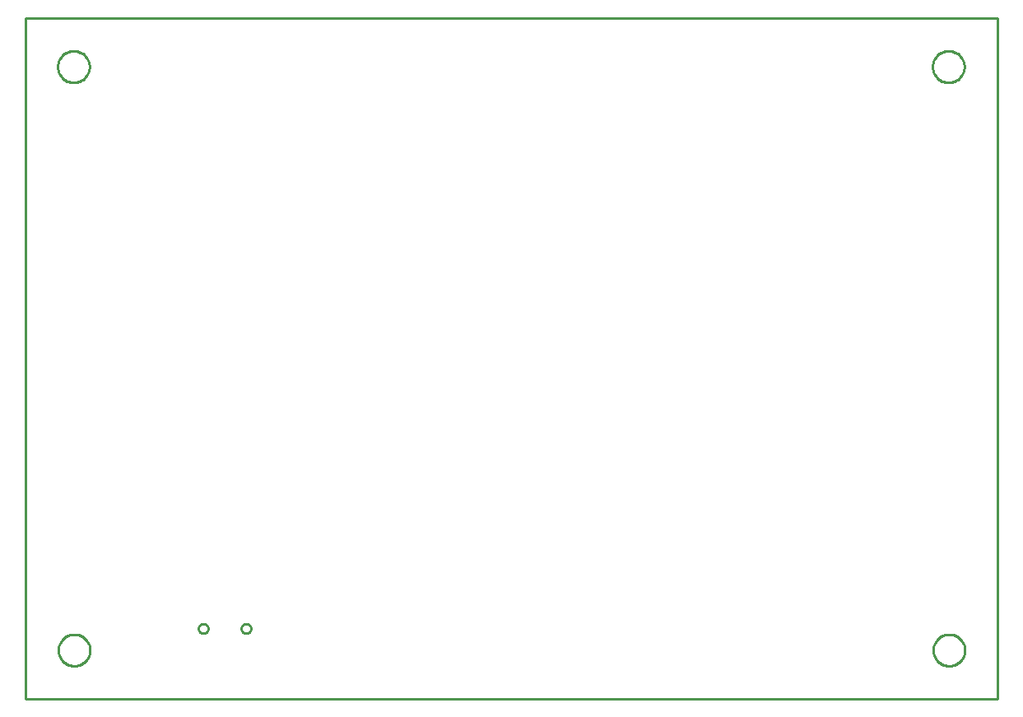
<source format=gbr>
G04 EAGLE Gerber RS-274X export*
G75*
%MOMM*%
%FSLAX34Y34*%
%LPD*%
%IN*%
%IPPOS*%
%AMOC8*
5,1,8,0,0,1.08239X$1,22.5*%
G01*
%ADD10C,0.254000*%


D10*
X0Y0D02*
X1000000Y0D01*
X1000000Y699999D01*
X0Y699999D01*
X0Y0D01*
X65618Y649468D02*
X65618Y650532D01*
X65548Y651594D01*
X65410Y652648D01*
X65202Y653692D01*
X64927Y654720D01*
X64585Y655727D01*
X64177Y656710D01*
X63707Y657664D01*
X63175Y658586D01*
X62584Y659470D01*
X61936Y660314D01*
X61235Y661114D01*
X60482Y661867D01*
X59682Y662568D01*
X58838Y663216D01*
X57954Y663807D01*
X57032Y664339D01*
X56078Y664809D01*
X55095Y665217D01*
X54088Y665559D01*
X53060Y665834D01*
X52016Y666042D01*
X50962Y666180D01*
X49900Y666250D01*
X48836Y666250D01*
X47774Y666180D01*
X46720Y666042D01*
X45676Y665834D01*
X44648Y665559D01*
X43641Y665217D01*
X42658Y664809D01*
X41704Y664339D01*
X40782Y663807D01*
X39898Y663216D01*
X39054Y662568D01*
X38254Y661867D01*
X37501Y661114D01*
X36800Y660314D01*
X36152Y659470D01*
X35561Y658586D01*
X35029Y657664D01*
X34559Y656710D01*
X34151Y655727D01*
X33809Y654720D01*
X33534Y653692D01*
X33326Y652648D01*
X33188Y651594D01*
X33118Y650532D01*
X33118Y649468D01*
X33188Y648406D01*
X33326Y647352D01*
X33534Y646308D01*
X33809Y645280D01*
X34151Y644273D01*
X34559Y643290D01*
X35029Y642336D01*
X35561Y641414D01*
X36152Y640530D01*
X36800Y639686D01*
X37501Y638886D01*
X38254Y638133D01*
X39054Y637432D01*
X39898Y636784D01*
X40782Y636193D01*
X41704Y635661D01*
X42658Y635191D01*
X43641Y634783D01*
X44648Y634441D01*
X45676Y634166D01*
X46720Y633958D01*
X47774Y633820D01*
X48836Y633750D01*
X49900Y633750D01*
X50962Y633820D01*
X52016Y633958D01*
X53060Y634166D01*
X54088Y634441D01*
X55095Y634783D01*
X56078Y635191D01*
X57032Y635661D01*
X57954Y636193D01*
X58838Y636784D01*
X59682Y637432D01*
X60482Y638133D01*
X61235Y638886D01*
X61936Y639686D01*
X62584Y640530D01*
X63175Y641414D01*
X63707Y642336D01*
X64177Y643290D01*
X64585Y644273D01*
X64927Y645280D01*
X65202Y646308D01*
X65410Y647352D01*
X65548Y648406D01*
X65618Y649468D01*
X66250Y49467D02*
X66250Y50531D01*
X66180Y51593D01*
X66042Y52647D01*
X65834Y53691D01*
X65559Y54719D01*
X65217Y55726D01*
X64809Y56709D01*
X64339Y57663D01*
X63807Y58585D01*
X63216Y59469D01*
X62568Y60313D01*
X61867Y61113D01*
X61114Y61866D01*
X60314Y62567D01*
X59470Y63215D01*
X58586Y63806D01*
X57664Y64338D01*
X56710Y64808D01*
X55727Y65216D01*
X54720Y65558D01*
X53692Y65833D01*
X52648Y66041D01*
X51594Y66179D01*
X50532Y66249D01*
X49468Y66249D01*
X48406Y66179D01*
X47352Y66041D01*
X46308Y65833D01*
X45280Y65558D01*
X44273Y65216D01*
X43290Y64808D01*
X42336Y64338D01*
X41414Y63806D01*
X40530Y63215D01*
X39686Y62567D01*
X38886Y61866D01*
X38133Y61113D01*
X37432Y60313D01*
X36784Y59469D01*
X36193Y58585D01*
X35661Y57663D01*
X35191Y56709D01*
X34783Y55726D01*
X34441Y54719D01*
X34166Y53691D01*
X33958Y52647D01*
X33820Y51593D01*
X33750Y50531D01*
X33750Y49467D01*
X33820Y48405D01*
X33958Y47351D01*
X34166Y46307D01*
X34441Y45279D01*
X34783Y44272D01*
X35191Y43289D01*
X35661Y42335D01*
X36193Y41413D01*
X36784Y40529D01*
X37432Y39685D01*
X38133Y38885D01*
X38886Y38132D01*
X39686Y37431D01*
X40530Y36783D01*
X41414Y36192D01*
X42336Y35660D01*
X43290Y35190D01*
X44273Y34782D01*
X45280Y34440D01*
X46308Y34165D01*
X47352Y33957D01*
X48406Y33819D01*
X49468Y33749D01*
X50532Y33749D01*
X51594Y33819D01*
X52648Y33957D01*
X53692Y34165D01*
X54720Y34440D01*
X55727Y34782D01*
X56710Y35190D01*
X57664Y35660D01*
X58586Y36192D01*
X59470Y36783D01*
X60314Y37431D01*
X61114Y38132D01*
X61867Y38885D01*
X62568Y39685D01*
X63216Y40529D01*
X63807Y41413D01*
X64339Y42335D01*
X64809Y43289D01*
X65217Y44272D01*
X65559Y45279D01*
X65834Y46307D01*
X66042Y47351D01*
X66180Y48405D01*
X66250Y49467D01*
X965618Y649468D02*
X965618Y650532D01*
X965548Y651594D01*
X965410Y652648D01*
X965202Y653692D01*
X964927Y654720D01*
X964585Y655727D01*
X964177Y656710D01*
X963707Y657664D01*
X963175Y658586D01*
X962584Y659470D01*
X961936Y660314D01*
X961235Y661114D01*
X960482Y661867D01*
X959682Y662568D01*
X958838Y663216D01*
X957954Y663807D01*
X957032Y664339D01*
X956078Y664809D01*
X955095Y665217D01*
X954088Y665559D01*
X953060Y665834D01*
X952016Y666042D01*
X950962Y666180D01*
X949900Y666250D01*
X948836Y666250D01*
X947774Y666180D01*
X946720Y666042D01*
X945676Y665834D01*
X944648Y665559D01*
X943641Y665217D01*
X942658Y664809D01*
X941704Y664339D01*
X940782Y663807D01*
X939898Y663216D01*
X939054Y662568D01*
X938254Y661867D01*
X937501Y661114D01*
X936800Y660314D01*
X936152Y659470D01*
X935561Y658586D01*
X935029Y657664D01*
X934559Y656710D01*
X934151Y655727D01*
X933809Y654720D01*
X933534Y653692D01*
X933326Y652648D01*
X933188Y651594D01*
X933118Y650532D01*
X933118Y649468D01*
X933188Y648406D01*
X933326Y647352D01*
X933534Y646308D01*
X933809Y645280D01*
X934151Y644273D01*
X934559Y643290D01*
X935029Y642336D01*
X935561Y641414D01*
X936152Y640530D01*
X936800Y639686D01*
X937501Y638886D01*
X938254Y638133D01*
X939054Y637432D01*
X939898Y636784D01*
X940782Y636193D01*
X941704Y635661D01*
X942658Y635191D01*
X943641Y634783D01*
X944648Y634441D01*
X945676Y634166D01*
X946720Y633958D01*
X947774Y633820D01*
X948836Y633750D01*
X949900Y633750D01*
X950962Y633820D01*
X952016Y633958D01*
X953060Y634166D01*
X954088Y634441D01*
X955095Y634783D01*
X956078Y635191D01*
X957032Y635661D01*
X957954Y636193D01*
X958838Y636784D01*
X959682Y637432D01*
X960482Y638133D01*
X961235Y638886D01*
X961936Y639686D01*
X962584Y640530D01*
X963175Y641414D01*
X963707Y642336D01*
X964177Y643290D01*
X964585Y644273D01*
X964927Y645280D01*
X965202Y646308D01*
X965410Y647352D01*
X965548Y648406D01*
X965618Y649468D01*
X966250Y49467D02*
X966250Y50531D01*
X966180Y51593D01*
X966042Y52647D01*
X965834Y53691D01*
X965559Y54719D01*
X965217Y55726D01*
X964809Y56709D01*
X964339Y57663D01*
X963807Y58585D01*
X963216Y59469D01*
X962568Y60313D01*
X961867Y61113D01*
X961114Y61866D01*
X960314Y62567D01*
X959470Y63215D01*
X958586Y63806D01*
X957664Y64338D01*
X956710Y64808D01*
X955727Y65216D01*
X954720Y65558D01*
X953692Y65833D01*
X952648Y66041D01*
X951594Y66179D01*
X950532Y66249D01*
X949468Y66249D01*
X948406Y66179D01*
X947352Y66041D01*
X946308Y65833D01*
X945280Y65558D01*
X944273Y65216D01*
X943290Y64808D01*
X942336Y64338D01*
X941414Y63806D01*
X940530Y63215D01*
X939686Y62567D01*
X938886Y61866D01*
X938133Y61113D01*
X937432Y60313D01*
X936784Y59469D01*
X936193Y58585D01*
X935661Y57663D01*
X935191Y56709D01*
X934783Y55726D01*
X934441Y54719D01*
X934166Y53691D01*
X933958Y52647D01*
X933820Y51593D01*
X933750Y50531D01*
X933750Y49467D01*
X933820Y48405D01*
X933958Y47351D01*
X934166Y46307D01*
X934441Y45279D01*
X934783Y44272D01*
X935191Y43289D01*
X935661Y42335D01*
X936193Y41413D01*
X936784Y40529D01*
X937432Y39685D01*
X938133Y38885D01*
X938886Y38132D01*
X939686Y37431D01*
X940530Y36783D01*
X941414Y36192D01*
X942336Y35660D01*
X943290Y35190D01*
X944273Y34782D01*
X945280Y34440D01*
X946308Y34165D01*
X947352Y33957D01*
X948406Y33819D01*
X949468Y33749D01*
X950532Y33749D01*
X951594Y33819D01*
X952648Y33957D01*
X953692Y34165D01*
X954720Y34440D01*
X955727Y34782D01*
X956710Y35190D01*
X957664Y35660D01*
X958586Y36192D01*
X959470Y36783D01*
X960314Y37431D01*
X961114Y38132D01*
X961867Y38885D01*
X962568Y39685D01*
X963216Y40529D01*
X963807Y41413D01*
X964339Y42335D01*
X964809Y43289D01*
X965217Y44272D01*
X965559Y45279D01*
X965834Y46307D01*
X966042Y47351D01*
X966180Y48405D01*
X966250Y49467D01*
X187800Y71819D02*
X187737Y71261D01*
X187612Y70714D01*
X187427Y70184D01*
X187183Y69678D01*
X186884Y69202D01*
X186534Y68763D01*
X186137Y68366D01*
X185698Y68016D01*
X185222Y67717D01*
X184716Y67473D01*
X184186Y67288D01*
X183639Y67163D01*
X183081Y67100D01*
X182519Y67100D01*
X181961Y67163D01*
X181414Y67288D01*
X180884Y67473D01*
X180378Y67717D01*
X179902Y68016D01*
X179463Y68366D01*
X179066Y68763D01*
X178716Y69202D01*
X178417Y69678D01*
X178173Y70184D01*
X177988Y70714D01*
X177863Y71261D01*
X177800Y71819D01*
X177800Y72381D01*
X177863Y72939D01*
X177988Y73486D01*
X178173Y74016D01*
X178417Y74522D01*
X178716Y74998D01*
X179066Y75437D01*
X179463Y75834D01*
X179902Y76184D01*
X180378Y76483D01*
X180884Y76727D01*
X181414Y76912D01*
X181961Y77037D01*
X182519Y77100D01*
X183081Y77100D01*
X183639Y77037D01*
X184186Y76912D01*
X184716Y76727D01*
X185222Y76483D01*
X185698Y76184D01*
X186137Y75834D01*
X186534Y75437D01*
X186884Y74998D01*
X187183Y74522D01*
X187427Y74016D01*
X187612Y73486D01*
X187737Y72939D01*
X187800Y72381D01*
X187800Y71819D01*
X231800Y71819D02*
X231737Y71261D01*
X231612Y70714D01*
X231427Y70184D01*
X231183Y69678D01*
X230884Y69202D01*
X230534Y68763D01*
X230137Y68366D01*
X229698Y68016D01*
X229222Y67717D01*
X228716Y67473D01*
X228186Y67288D01*
X227639Y67163D01*
X227081Y67100D01*
X226519Y67100D01*
X225961Y67163D01*
X225414Y67288D01*
X224884Y67473D01*
X224378Y67717D01*
X223902Y68016D01*
X223463Y68366D01*
X223066Y68763D01*
X222716Y69202D01*
X222417Y69678D01*
X222173Y70184D01*
X221988Y70714D01*
X221863Y71261D01*
X221800Y71819D01*
X221800Y72381D01*
X221863Y72939D01*
X221988Y73486D01*
X222173Y74016D01*
X222417Y74522D01*
X222716Y74998D01*
X223066Y75437D01*
X223463Y75834D01*
X223902Y76184D01*
X224378Y76483D01*
X224884Y76727D01*
X225414Y76912D01*
X225961Y77037D01*
X226519Y77100D01*
X227081Y77100D01*
X227639Y77037D01*
X228186Y76912D01*
X228716Y76727D01*
X229222Y76483D01*
X229698Y76184D01*
X230137Y75834D01*
X230534Y75437D01*
X230884Y74998D01*
X231183Y74522D01*
X231427Y74016D01*
X231612Y73486D01*
X231737Y72939D01*
X231800Y72381D01*
X231800Y71819D01*
M02*

</source>
